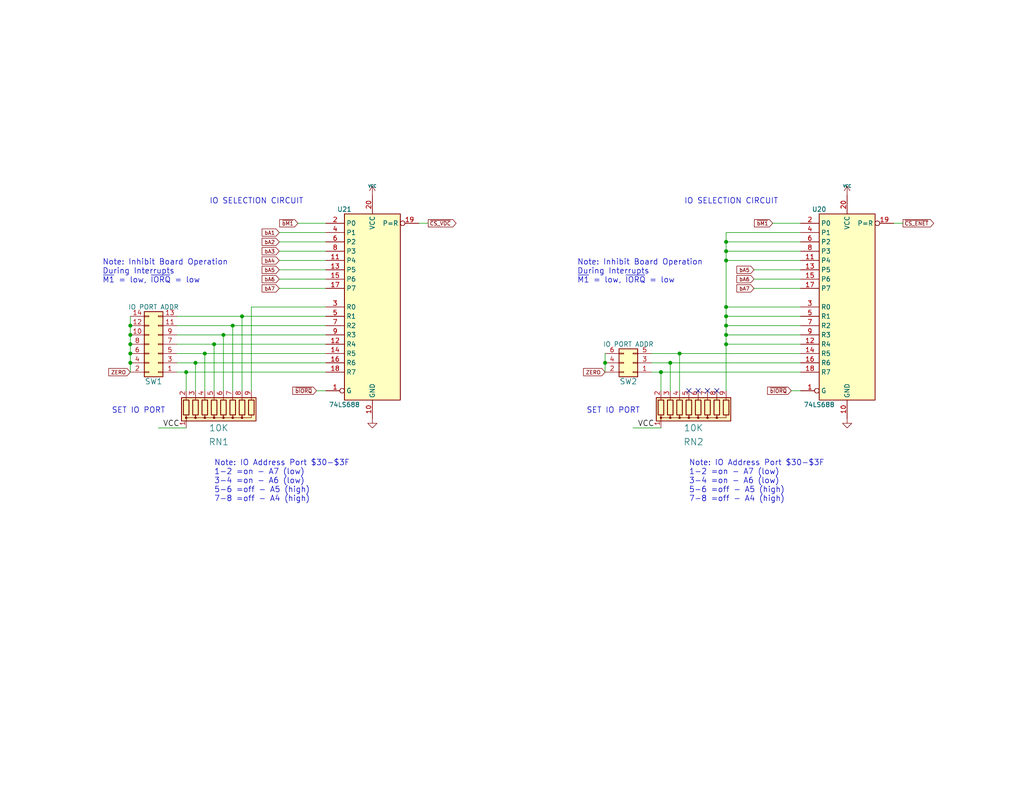
<source format=kicad_sch>
(kicad_sch (version 20211123) (generator eeschema)
  (paper "A")
  (lib_symbols
    (symbol "74xx:74LS688"
      (property "Reference" "U" (at -7.62 26.67 0))
      (property "Value" "74LS688" (at -7.62 -26.67 0))
      (symbol "74LS688_1_0"
        (pin input inverted (at -12.7 -22.86 0) (length 5.08) (name "G") (number "1"))
        (pin power_in line (at 0 -30.48 90) (length 5.08) (name "GND") (number "10"))
        (pin input line (at -12.7 12.7 0) (length 5.08) (name "P4") (number "11"))
        (pin input line (at -12.7 -10.16 0) (length 5.08) (name "R4") (number "12"))
        (pin input line (at -12.7 10.16 0) (length 5.08) (name "P5") (number "13"))
        (pin input line (at -12.7 -12.7 0) (length 5.08) (name "R5") (number "14"))
        (pin input line (at -12.7 7.62 0) (length 5.08) (name "P6") (number "15"))
        (pin input line (at -12.7 -15.24 0) (length 5.08) (name "R6") (number "16"))
        (pin input line (at -12.7 5.08 0) (length 5.08) (name "P7") (number "17"))
        (pin input line (at -12.7 -17.78 0) (length 5.08) (name "R7") (number "18"))
        (pin output inverted (at 12.7 22.86 180) (length 5.08) (name "P=R") (number "19"))
        (pin input line (at -12.7 22.86 0) (length 5.08) (name "P0") (number "2"))
        (pin power_in line (at 0 30.48 270) (length 5.08) (name "VCC") (number "20"))
        (pin input line (at -12.7 0 0) (length 5.08) (name "R0") (number "3"))
        (pin input line (at -12.7 20.32 0) (length 5.08) (name "P1") (number "4"))
        (pin input line (at -12.7 -2.54 0) (length 5.08) (name "R1") (number "5"))
        (pin input line (at -12.7 17.78 0) (length 5.08) (name "P2") (number "6"))
        (pin input line (at -12.7 -5.08 0) (length 5.08) (name "R2") (number "7"))
        (pin input line (at -12.7 15.24 0) (length 5.08) (name "P3") (number "8"))
        (pin input line (at -12.7 -7.62 0) (length 5.08) (name "R3") (number "9"))
      )
      (symbol "74LS688_1_1"
        (rectangle (start -7.62 25.4) (end 7.62 -25.4) (stroke (width 0.254)) (fill (type background)))
      )
    )
    (symbol "Connector_Generic:Conn_02x03_Odd_Even" (pin_names (offset 1.016) hide)
      (property "Reference" "J" (at 1.27 5.08 0))
      (property "Value" "Conn_02x03_Odd_Even" (at 1.27 -5.08 0))
      (symbol "Conn_02x03_Odd_Even_1_1"
        (rectangle (start -1.27 -2.413) (end 0 -2.667) (stroke (width 0.1524)))
        (rectangle (start -1.27 0.127) (end 0 -0.127) (stroke (width 0.1524)))
        (rectangle (start -1.27 2.667) (end 0 2.413) (stroke (width 0.1524)))
        (rectangle (start -1.27 3.81) (end 3.81 -3.81) (stroke (width 0.254)) (fill (type background)))
        (rectangle (start 3.81 -2.413) (end 2.54 -2.667) (stroke (width 0.1524)))
        (rectangle (start 3.81 0.127) (end 2.54 -0.127) (stroke (width 0.1524)))
        (rectangle (start 3.81 2.667) (end 2.54 2.413) (stroke (width 0.1524)))
        (pin passive line (at -5.08 2.54 0) (length 3.81) (name "Pin_1") (number "1"))
        (pin passive line (at 7.62 2.54 180) (length 3.81) (name "Pin_2") (number "2"))
        (pin passive line (at -5.08 0 0) (length 3.81) (name "Pin_3") (number "3"))
        (pin passive line (at 7.62 0 180) (length 3.81) (name "Pin_4") (number "4"))
        (pin passive line (at -5.08 -2.54 0) (length 3.81) (name "Pin_5") (number "5"))
        (pin passive line (at 7.62 -2.54 180) (length 3.81) (name "Pin_6") (number "6"))
      )
    )
    (symbol "Connector_Generic:Conn_02x07_Odd_Even" (pin_names (offset 1.016) hide)
      (property "Reference" "J" (at 1.27 10.16 0))
      (property "Value" "Conn_02x07_Odd_Even" (at 1.27 -10.16 0))
      (symbol "Conn_02x07_Odd_Even_1_1"
        (rectangle (start -1.27 -7.493) (end 0 -7.747) (stroke (width 0.1524)))
        (rectangle (start -1.27 -4.953) (end 0 -5.207) (stroke (width 0.1524)))
        (rectangle (start -1.27 -2.413) (end 0 -2.667) (stroke (width 0.1524)))
        (rectangle (start -1.27 0.127) (end 0 -0.127) (stroke (width 0.1524)))
        (rectangle (start -1.27 2.667) (end 0 2.413) (stroke (width 0.1524)))
        (rectangle (start -1.27 5.207) (end 0 4.953) (stroke (width 0.1524)))
        (rectangle (start -1.27 7.747) (end 0 7.493) (stroke (width 0.1524)))
        (rectangle (start -1.27 8.89) (end 3.81 -8.89) (stroke (width 0.254)) (fill (type background)))
        (rectangle (start 3.81 -7.493) (end 2.54 -7.747) (stroke (width 0.1524)))
        (rectangle (start 3.81 -4.953) (end 2.54 -5.207) (stroke (width 0.1524)))
        (rectangle (start 3.81 -2.413) (end 2.54 -2.667) (stroke (width 0.1524)))
        (rectangle (start 3.81 0.127) (end 2.54 -0.127) (stroke (width 0.1524)))
        (rectangle (start 3.81 2.667) (end 2.54 2.413) (stroke (width 0.1524)))
        (rectangle (start 3.81 5.207) (end 2.54 4.953) (stroke (width 0.1524)))
        (rectangle (start 3.81 7.747) (end 2.54 7.493) (stroke (width 0.1524)))
        (pin passive line (at -5.08 7.62 0) (length 3.81) (name "Pin_1") (number "1"))
        (pin passive line (at 7.62 -2.54 180) (length 3.81) (name "Pin_10") (number "10"))
        (pin passive line (at -5.08 -5.08 0) (length 3.81) (name "Pin_11") (number "11"))
        (pin passive line (at 7.62 -5.08 180) (length 3.81) (name "Pin_12") (number "12"))
        (pin passive line (at -5.08 -7.62 0) (length 3.81) (name "Pin_13") (number "13"))
        (pin passive line (at 7.62 -7.62 180) (length 3.81) (name "Pin_14") (number "14"))
        (pin passive line (at 7.62 7.62 180) (length 3.81) (name "Pin_2") (number "2"))
        (pin passive line (at -5.08 5.08 0) (length 3.81) (name "Pin_3") (number "3"))
        (pin passive line (at 7.62 5.08 180) (length 3.81) (name "Pin_4") (number "4"))
        (pin passive line (at -5.08 2.54 0) (length 3.81) (name "Pin_5") (number "5"))
        (pin passive line (at 7.62 2.54 180) (length 3.81) (name "Pin_6") (number "6"))
        (pin passive line (at -5.08 0 0) (length 3.81) (name "Pin_7") (number "7"))
        (pin passive line (at 7.62 0 180) (length 3.81) (name "Pin_8") (number "8"))
        (pin passive line (at -5.08 -2.54 0) (length 3.81) (name "Pin_9") (number "9"))
      )
    )
    (symbol "Device:R_Network08" (pin_names (offset 0) hide)
      (property "Reference" "RN" (at -12.7 0 90))
      (property "Value" "R_Network08" (at 10.16 0 90))
      (symbol "R_Network08_0_1"
        (rectangle (start -11.43 -3.175) (end 8.89 3.175) (stroke (width 0.254)) (fill (type background)))
        (rectangle (start -10.922 1.524) (end -9.398 -2.54) (stroke (width 0.254)))
        (circle (center -10.16 2.286) (radius 0.254) (fill (type outline)))
        (rectangle (start -8.382 1.524) (end -6.858 -2.54) (stroke (width 0.254)))
        (circle (center -7.62 2.286) (radius 0.254) (fill (type outline)))
        (rectangle (start -5.842 1.524) (end -4.318 -2.54) (stroke (width 0.254)))
        (circle (center -5.08 2.286) (radius 0.254) (fill (type outline)))
        (rectangle (start -3.302 1.524) (end -1.778 -2.54) (stroke (width 0.254)))
        (circle (center -2.54 2.286) (radius 0.254) (fill (type outline)))
        (rectangle (start -0.762 1.524) (end 0.762 -2.54) (stroke (width 0.254)))
        (polyline (pts (xy -10.16 -2.54) (xy -10.16 -3.81)))
        (polyline (pts (xy -7.62 -2.54) (xy -7.62 -3.81)))
        (polyline (pts (xy -5.08 -2.54) (xy -5.08 -3.81)))
        (polyline (pts (xy -2.54 -2.54) (xy -2.54 -3.81)))
        (polyline (pts (xy 0 -2.54) (xy 0 -3.81)))
        (polyline (pts (xy 2.54 -2.54) (xy 2.54 -3.81)))
        (polyline (pts (xy 5.08 -2.54) (xy 5.08 -3.81)))
        (polyline (pts (xy 7.62 -2.54) (xy 7.62 -3.81)))
        (polyline (pts (xy -10.16 1.524) (xy -10.16 2.286) (xy -7.62 2.286) (xy -7.62 1.524)))
        (polyline (pts (xy -7.62 1.524) (xy -7.62 2.286) (xy -5.08 2.286) (xy -5.08 1.524)))
        (polyline (pts (xy -5.08 1.524) (xy -5.08 2.286) (xy -2.54 2.286) (xy -2.54 1.524)))
        (polyline (pts (xy -2.54 1.524) (xy -2.54 2.286) (xy 0 2.286) (xy 0 1.524)))
        (polyline (pts (xy 0 1.524) (xy 0 2.286) (xy 2.54 2.286) (xy 2.54 1.524)))
        (polyline (pts (xy 2.54 1.524) (xy 2.54 2.286) (xy 5.08 2.286) (xy 5.08 1.524)))
        (polyline (pts (xy 5.08 1.524) (xy 5.08 2.286) (xy 7.62 2.286) (xy 7.62 1.524)))
        (circle (center 0 2.286) (radius 0.254) (fill (type outline)))
        (rectangle (start 1.778 1.524) (end 3.302 -2.54) (stroke (width 0.254)))
        (circle (center 2.54 2.286) (radius 0.254) (fill (type outline)))
        (rectangle (start 4.318 1.524) (end 5.842 -2.54) (stroke (width 0.254)))
        (circle (center 5.08 2.286) (radius 0.254) (fill (type outline)))
        (rectangle (start 6.858 1.524) (end 8.382 -2.54) (stroke (width 0.254)))
      )
      (symbol "R_Network08_1_1"
        (pin passive line (at -10.16 5.08 270) (length 2.54) (name "common") (number "1"))
        (pin passive line (at -10.16 -5.08 90) (length 1.27) (name "R1") (number "2"))
        (pin passive line (at -7.62 -5.08 90) (length 1.27) (name "R2") (number "3"))
        (pin passive line (at -5.08 -5.08 90) (length 1.27) (name "R3") (number "4"))
        (pin passive line (at -2.54 -5.08 90) (length 1.27) (name "R4") (number "5"))
        (pin passive line (at 0 -5.08 90) (length 1.27) (name "R5") (number "6"))
        (pin passive line (at 2.54 -5.08 90) (length 1.27) (name "R6") (number "7"))
        (pin passive line (at 5.08 -5.08 90) (length 1.27) (name "R7") (number "8"))
        (pin passive line (at 7.62 -5.08 90) (length 1.27) (name "R8") (number "9"))
      )
    )
    (symbol "power:GND" (power) (pin_names (offset 0))
      (property "Value" "GND" (at 0 -3.81 0))
      (symbol "GND_0_1"
        (polyline (pts (xy 0 0) (xy 0 -1.27) (xy 1.27 -1.27) (xy 0 -2.54) (xy -1.27 -1.27) (xy 0 -1.27)))
      )
      (symbol "GND_1_1"
        (pin power_in line (at 0 0 270) (length 0) hide (name "GND") (number "1"))
      )
    )
    (symbol "power:VCC" (power) (pin_names (offset 0))
      (property "Value" "VCC" (at 0 3.81 0))
      (symbol "VCC_0_1"
        (polyline (pts (xy -0.762 1.27) (xy 0 2.54)))
        (polyline (pts (xy 0 0) (xy 0 2.54)))
        (polyline (pts (xy 0 2.54) (xy 0.762 1.27)))
      )
      (symbol "VCC_1_1"
        (pin power_in line (at 0 0 90) (length 0) hide (name "VCC") (number "1"))
      )
    )
  )
  (junction (at 198.12 71.12))
  (junction (at 35.56 88.9))
  (junction (at 198.12 83.82))
  (junction (at 198.12 68.58))
  (junction (at 35.56 99.06))
  (junction (at 35.56 91.44))
  (junction (at 63.5 88.9))
  (junction (at 198.12 86.36))
  (junction (at 66.04 86.36))
  (junction (at 198.12 66.04))
  (junction (at 198.12 93.98))
  (junction (at 53.34 99.06))
  (junction (at 165.1 99.06))
  (junction (at 35.56 93.98))
  (junction (at 198.12 88.9))
  (junction (at 60.96 91.44))
  (junction (at 55.88 96.52))
  (junction (at 185.42 96.52))
  (junction (at 50.8 101.6))
  (junction (at 180.34 101.6))
  (junction (at 35.56 96.52))
  (junction (at 198.12 91.44))
  (junction (at 182.88 99.06))
  (junction (at 58.42 93.98))
  (no_connect (at 193.04 106.68))
  (no_connect (at 195.58 106.68))
  (no_connect (at 190.5 106.68))
  (no_connect (at 187.96 106.68))
  (wire (pts (xy 243.84 60.96) (xy 246.38 60.96)))
  (wire (pts (xy 198.12 93.98) (xy 218.44 93.98)))
  (wire (pts (xy 66.04 86.36) (xy 66.04 106.68)))
  (wire (pts (xy 198.12 63.5) (xy 218.44 63.5)))
  (wire (pts (xy 81.28 60.96) (xy 88.9 60.96)))
  (wire (pts (xy 198.12 88.9) (xy 218.44 88.9)))
  (wire (pts (xy 76.2 63.5) (xy 88.9 63.5)))
  (wire (pts (xy 68.58 83.82) (xy 68.58 106.68)))
  (wire (pts (xy 205.74 76.2) (xy 218.44 76.2)))
  (wire (pts (xy 180.34 106.68) (xy 180.34 101.6)))
  (wire (pts (xy 66.04 86.36) (xy 88.9 86.36)))
  (wire (pts (xy 198.12 83.82) (xy 198.12 71.12)))
  (wire (pts (xy 185.42 96.52) (xy 218.44 96.52)))
  (wire (pts (xy 35.56 93.98) (xy 35.56 96.52)))
  (wire (pts (xy 55.88 96.52) (xy 88.9 96.52)))
  (wire (pts (xy 35.56 88.9) (xy 35.56 91.44)))
  (wire (pts (xy 205.74 78.74) (xy 218.44 78.74)))
  (wire (pts (xy 48.26 99.06) (xy 53.34 99.06)))
  (wire (pts (xy 48.26 91.44) (xy 60.96 91.44)))
  (wire (pts (xy 198.12 71.12) (xy 218.44 71.12)))
  (wire (pts (xy 198.12 86.36) (xy 218.44 86.36)))
  (wire (pts (xy 50.8 106.68) (xy 50.8 101.6)))
  (wire (pts (xy 53.34 99.06) (xy 88.9 99.06)))
  (wire (pts (xy 198.12 66.04) (xy 198.12 63.5)))
  (wire (pts (xy 198.12 88.9) (xy 198.12 91.44)))
  (wire (pts (xy 182.88 99.06) (xy 218.44 99.06)))
  (wire (pts (xy 114.3 60.96) (xy 116.84 60.96)))
  (wire (pts (xy 172.72 116.84) (xy 180.34 116.84)))
  (wire (pts (xy 198.12 68.58) (xy 198.12 66.04)))
  (wire (pts (xy 198.12 91.44) (xy 218.44 91.44)))
  (wire (pts (xy 180.34 101.6) (xy 218.44 101.6)))
  (wire (pts (xy 185.42 106.68) (xy 185.42 96.52)))
  (wire (pts (xy 177.8 99.06) (xy 182.88 99.06)))
  (wire (pts (xy 35.56 99.06) (xy 35.56 101.6)))
  (wire (pts (xy 58.42 106.68) (xy 58.42 93.98)))
  (wire (pts (xy 48.26 88.9) (xy 63.5 88.9)))
  (wire (pts (xy 68.58 83.82) (xy 88.9 83.82)))
  (wire (pts (xy 50.8 101.6) (xy 88.9 101.6)))
  (wire (pts (xy 76.2 76.2) (xy 88.9 76.2)))
  (wire (pts (xy 43.18 116.84) (xy 50.8 116.84)))
  (wire (pts (xy 165.1 96.52) (xy 165.1 99.06)))
  (wire (pts (xy 198.12 68.58) (xy 218.44 68.58)))
  (wire (pts (xy 60.96 91.44) (xy 60.96 106.68)))
  (wire (pts (xy 48.26 93.98) (xy 58.42 93.98)))
  (wire (pts (xy 48.26 86.36) (xy 66.04 86.36)))
  (wire (pts (xy 210.82 60.96) (xy 218.44 60.96)))
  (wire (pts (xy 35.56 96.52) (xy 35.56 99.06)))
  (wire (pts (xy 177.8 101.6) (xy 180.34 101.6)))
  (wire (pts (xy 198.12 66.04) (xy 218.44 66.04)))
  (wire (pts (xy 198.12 86.36) (xy 198.12 88.9)))
  (wire (pts (xy 48.26 96.52) (xy 55.88 96.52)))
  (wire (pts (xy 60.96 91.44) (xy 88.9 91.44)))
  (wire (pts (xy 165.1 99.06) (xy 165.1 101.6)))
  (wire (pts (xy 198.12 83.82) (xy 218.44 83.82)))
  (wire (pts (xy 182.88 106.68) (xy 182.88 99.06)))
  (wire (pts (xy 55.88 106.68) (xy 55.88 96.52)))
  (wire (pts (xy 198.12 83.82) (xy 198.12 86.36)))
  (wire (pts (xy 35.56 91.44) (xy 35.56 93.98)))
  (wire (pts (xy 76.2 71.12) (xy 88.9 71.12)))
  (wire (pts (xy 205.74 73.66) (xy 218.44 73.66)))
  (wire (pts (xy 76.2 73.66) (xy 88.9 73.66)))
  (wire (pts (xy 76.2 78.74) (xy 88.9 78.74)))
  (wire (pts (xy 177.8 96.52) (xy 185.42 96.52)))
  (wire (pts (xy 198.12 71.12) (xy 198.12 68.58)))
  (wire (pts (xy 53.34 106.68) (xy 53.34 99.06)))
  (wire (pts (xy 63.5 88.9) (xy 63.5 106.68)))
  (wire (pts (xy 76.2 68.58) (xy 88.9 68.58)))
  (wire (pts (xy 218.44 106.68) (xy 215.9 106.68)))
  (wire (pts (xy 35.56 86.36) (xy 35.56 88.9)))
  (wire (pts (xy 58.42 93.98) (xy 88.9 93.98)))
  (wire (pts (xy 88.9 106.68) (xy 86.36 106.68)))
  (wire (pts (xy 63.5 88.9) (xy 88.9 88.9)))
  (wire (pts (xy 48.26 101.6) (xy 50.8 101.6)))
  (wire (pts (xy 198.12 91.44) (xy 198.12 93.98)))
  (wire (pts (xy 198.12 93.98) (xy 198.12 106.68)))
  (wire (pts (xy 76.2 66.04) (xy 88.9 66.04)))
  (text "SET IO PORT" (at 30.48 113.03 0) (effects (font (size 1.524 1.524)) (justify left bottom)))
  (text "Note: Inhibit Board Operation\nDuring Interrupts\n~{M1} = low, ~{IORQ} = low" (at 157.48 77.47 0) (effects (font (size 1.524 1.524)) (justify left bottom)))
  (text "Note: IO Address Port $30-$3F\n1-2 =on - A7 (low)\n3-4 =on - A6 (low)\n5-6 =off - A5 (high)\n7-8 =off - A4 (high)" (at 58.42 137.16 0) (effects (font (size 1.524 1.524)) (justify left bottom)))
  (text "SET IO PORT" (at 160.02 113.03 0) (effects (font (size 1.524 1.524)) (justify left bottom)))
  (text "Note: IO Address Port $30-$3F\n1-2 =on - A7 (low)\n3-4 =on - A6 (low)\n5-6 =off - A5 (high)\n7-8 =off - A4 (high)" (at 187.96 137.16 0) (effects (font (size 1.524 1.524)) (justify left bottom)))
  (text "IO SELECTION CIRCUIT" (at 186.69 55.88 0) (effects (font (size 1.524 1.524)) (justify left bottom)))
  (text "IO SELECTION CIRCUIT" (at 57.15 55.88 0) (effects (font (size 1.524 1.524)) (justify left bottom)))
  (text "Note: Inhibit Board Operation\nDuring Interrupts\n~{M1} = low, ~{IORQ} = low" (at 27.94 77.47 0) (effects (font (size 1.524 1.524)) (justify left bottom)))
  (label "VCC" (at 44.45 116.84 0) (effects (font (size 1.524 1.524))))
  (label "VCC" (at 173.99 116.84 0) (effects (font (size 1.524 1.524))))
  (global_label "~{bM1}" (shape input) (at 210.82 60.96 180) (effects (font (size 1.016 1.016))) (property "Intersheet References" "${INTERSHEET_REFS}" (effects hide)))
  (global_label "ZERO" (shape input) (at 165.1 101.6 180) (effects (font (size 1.016 1.016))) (property "Intersheet References" "${INTERSHEET_REFS}" (effects hide)))
  (global_label "bA1" (shape input) (at 76.2 63.5 180) (effects (font (size 1.016 1.016))) (property "Intersheet References" "${INTERSHEET_REFS}" (effects hide)))
  (global_label "~{CS_VDC}" (shape output) (at 116.84 60.96 0) (effects (font (size 1.016 1.016))) (property "Intersheet References" "${INTERSHEET_REFS}" (effects hide)))
  (global_label "bA4" (shape input) (at 76.2 71.12 180) (effects (font (size 1.016 1.016))) (property "Intersheet References" "${INTERSHEET_REFS}" (effects hide)))
  (global_label "bA6" (shape input) (at 205.74 76.2 180) (effects (font (size 1.016 1.016))) (property "Intersheet References" "${INTERSHEET_REFS}" (effects hide)))
  (global_label "bA6" (shape input) (at 76.2 76.2 180) (effects (font (size 1.016 1.016))) (property "Intersheet References" "${INTERSHEET_REFS}" (effects hide)))
  (global_label "~{bIORQ}" (shape input) (at 86.36 106.68 180) (effects (font (size 1.016 1.016))) (property "Intersheet References" "${INTERSHEET_REFS}" (effects hide)))
  (global_label "~{bIORQ}" (shape input) (at 215.9 106.68 180) (effects (font (size 1.016 1.016))) (property "Intersheet References" "${INTERSHEET_REFS}" (effects hide)))
  (global_label "ZERO" (shape input) (at 35.56 101.6 180) (effects (font (size 1.016 1.016))) (property "Intersheet References" "${INTERSHEET_REFS}" (effects hide)))
  (global_label "bA5" (shape input) (at 76.2 73.66 180) (effects (font (size 1.016 1.016))) (property "Intersheet References" "${INTERSHEET_REFS}" (effects hide)))
  (global_label "bA7" (shape input) (at 76.2 78.74 180) (effects (font (size 1.016 1.016))) (property "Intersheet References" "${INTERSHEET_REFS}" (effects hide)))
  (global_label "~{bM1}" (shape input) (at 81.28 60.96 180) (effects (font (size 1.016 1.016))) (property "Intersheet References" "${INTERSHEET_REFS}" (effects hide)))
  (global_label "bA5" (shape input) (at 205.74 73.66 180) (effects (font (size 1.016 1.016))) (property "Intersheet References" "${INTERSHEET_REFS}" (effects hide)))
  (global_label "bA7" (shape input) (at 205.74 78.74 180) (effects (font (size 1.016 1.016))) (property "Intersheet References" "${INTERSHEET_REFS}" (effects hide)))
  (global_label "~{CS_ENET}" (shape output) (at 246.38 60.96 0) (effects (font (size 1.016 1.016))) (property "Intersheet References" "${INTERSHEET_REFS}" (effects hide)))
  (global_label "bA2" (shape input) (at 76.2 66.04 180) (effects (font (size 1.016 1.016))) (property "Intersheet References" "${INTERSHEET_REFS}" (effects hide)))
  (global_label "bA3" (shape input) (at 76.2 68.58 180) (effects (font (size 1.016 1.016))) (property "Intersheet References" "${INTERSHEET_REFS}" (effects hide)))
  (symbol (lib_id "Connector_Generic:Conn_02x07_Odd_Even") (at 43.18 93.98 180) (unit 1)
    (property "Reference" "SW1" (at 41.91 104.14 0) (effects (font (size 1.524 1.524))))
    (property "Value" "IO PORT ADDR" (at 41.91 83.82 0))
    (property "Footprint" "Connector_PinHeader_2.54mm:PinHeader_2x07_P2.54mm_Vertical" (effects hide))
  )
  (symbol (lib_id "power:VCC") (at 101.6 53.34 0) (unit 1)
    (property "Reference" "#PWR059" (effects hide))
    (property "Value" "VCC" (at 101.6 50.8 0) (effects (font (size 0.762 0.762))))
  )
  (symbol (lib_id "74xx:74LS688") (at 101.6 83.82 0) (unit 1)
    (property "Reference" "U21" (at 93.98 57.15 0))
    (property "Value" "74LS688" (at 93.98 110.49 0))
    (property "Footprint" "Package_DIP:DIP-20_W7.62mm_Socket" (effects hide))
    (property "Datasheet" "http://www.ti.com/lit/gpn/sn74LS688" (effects hide))
  )
  (symbol (lib_id "Device:R_Network08") (at 60.96 111.76 0) (mirror x) (unit 1)
    (property "Reference" "RN1" (at 59.69 120.65 0) (effects (font (size 1.778 1.778))))
    (property "Value" "10K" (at 59.69 116.84 0) (effects (font (size 1.778 1.778))))
    (property "Footprint" "Resistor_THT:R_Array_SIP9" (effects hide))
    (property "Datasheet" "http://www.vishay.com/docs/31509/csc.pdf" (effects hide))
  )
  (symbol (lib_id "power:GND") (at 101.6 114.3 0) (unit 1)
    (property "Reference" "#PWR060" (effects hide))
    (property "Value" "GND" (effects hide))
  )
  (symbol (lib_id "74xx:74LS688") (at 231.14 83.82 0) (unit 1)
    (property "Reference" "U20" (at 223.52 57.15 0))
    (property "Value" "74LS688" (at 223.52 110.49 0))
    (property "Footprint" "Package_DIP:DIP-20_W7.62mm_Socket" (effects hide))
    (property "Datasheet" "http://www.ti.com/lit/gpn/sn74LS688" (effects hide))
  )
  (symbol (lib_id "Device:R_Network08") (at 190.5 111.76 0) (mirror x) (unit 1)
    (property "Reference" "RN2" (at 189.23 120.65 0) (effects (font (size 1.778 1.778))))
    (property "Value" "10K" (at 189.23 116.84 0) (effects (font (size 1.778 1.778))))
    (property "Footprint" "Resistor_THT:R_Array_SIP9" (effects hide))
    (property "Datasheet" "http://www.vishay.com/docs/31509/csc.pdf" (effects hide))
  )
  (symbol (lib_id "Connector_Generic:Conn_02x03_Odd_Even") (at 172.72 99.06 180) (unit 1)
    (property "Reference" "SW2" (at 171.45 104.14 0) (effects (font (size 1.524 1.524))))
    (property "Value" "IO PORT ADDR" (at 171.45 93.98 0))
    (property "Footprint" "Connector_PinHeader_2.54mm:PinHeader_2x03_P2.54mm_Vertical" (effects hide))
  )
  (symbol (lib_id "power:GND") (at 231.14 114.3 0) (unit 1)
    (property "Reference" "#PWR065" (effects hide))
    (property "Value" "GND" (effects hide))
  )
  (symbol (lib_id "power:VCC") (at 231.14 53.34 0) (unit 1)
    (property "Reference" "#PWR064" (effects hide))
    (property "Value" "VCC" (at 231.14 50.8 0) (effects (font (size 0.762 0.762))))
  )
)
</source>
